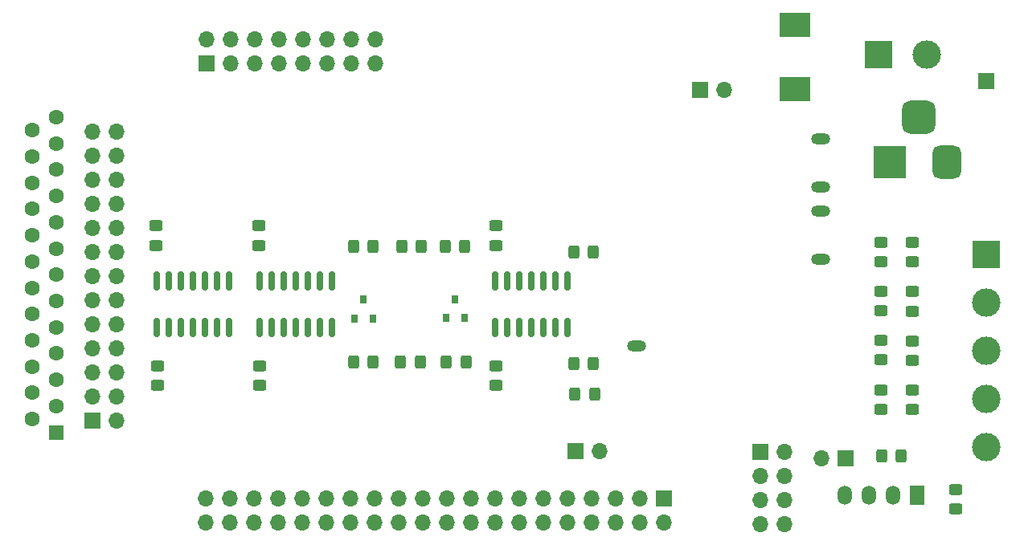
<source format=gbr>
G04 #@! TF.GenerationSoftware,KiCad,Pcbnew,(6.0.6-0)*
G04 #@! TF.CreationDate,2022-07-25T14:34:37+02:00*
G04 #@! TF.ProjectId,FluCom3 - SOIC,466c7543-6f6d-4332-902d-20534f49432e,3.0*
G04 #@! TF.SameCoordinates,Original*
G04 #@! TF.FileFunction,Soldermask,Top*
G04 #@! TF.FilePolarity,Negative*
%FSLAX46Y46*%
G04 Gerber Fmt 4.6, Leading zero omitted, Abs format (unit mm)*
G04 Created by KiCad (PCBNEW (6.0.6-0)) date 2022-07-25 14:34:37*
%MOMM*%
%LPD*%
G01*
G04 APERTURE LIST*
G04 Aperture macros list*
%AMRoundRect*
0 Rectangle with rounded corners*
0 $1 Rounding radius*
0 $2 $3 $4 $5 $6 $7 $8 $9 X,Y pos of 4 corners*
0 Add a 4 corners polygon primitive as box body*
4,1,4,$2,$3,$4,$5,$6,$7,$8,$9,$2,$3,0*
0 Add four circle primitives for the rounded corners*
1,1,$1+$1,$2,$3*
1,1,$1+$1,$4,$5*
1,1,$1+$1,$6,$7*
1,1,$1+$1,$8,$9*
0 Add four rect primitives between the rounded corners*
20,1,$1+$1,$2,$3,$4,$5,0*
20,1,$1+$1,$4,$5,$6,$7,0*
20,1,$1+$1,$6,$7,$8,$9,0*
20,1,$1+$1,$8,$9,$2,$3,0*%
G04 Aperture macros list end*
%ADD10RoundRect,0.250000X-0.450000X0.325000X-0.450000X-0.325000X0.450000X-0.325000X0.450000X0.325000X0*%
%ADD11RoundRect,0.250000X0.450000X-0.325000X0.450000X0.325000X-0.450000X0.325000X-0.450000X-0.325000X0*%
%ADD12R,3.300000X2.500000*%
%ADD13R,1.700000X1.700000*%
%ADD14O,1.700000X1.700000*%
%ADD15R,3.500000X3.500000*%
%ADD16RoundRect,0.750000X0.750000X1.000000X-0.750000X1.000000X-0.750000X-1.000000X0.750000X-1.000000X0*%
%ADD17RoundRect,0.875000X0.875000X0.875000X-0.875000X0.875000X-0.875000X-0.875000X0.875000X-0.875000X0*%
%ADD18R,3.000000X3.000000*%
%ADD19C,3.000000*%
%ADD20R,0.800000X0.900000*%
%ADD21RoundRect,0.250000X0.325000X0.450000X-0.325000X0.450000X-0.325000X-0.450000X0.325000X-0.450000X0*%
%ADD22RoundRect,0.150000X0.150000X-0.825000X0.150000X0.825000X-0.150000X0.825000X-0.150000X-0.825000X0*%
%ADD23R,1.500000X2.000000*%
%ADD24O,1.500000X2.000000*%
%ADD25RoundRect,0.250000X-0.325000X-0.450000X0.325000X-0.450000X0.325000X0.450000X-0.325000X0.450000X0*%
%ADD26R,1.600000X1.600000*%
%ADD27C,1.600000*%
%ADD28O,2.000000X1.200000*%
G04 APERTURE END LIST*
D10*
X79603600Y-121555400D03*
X79603600Y-123605400D03*
X90424000Y-121555400D03*
X90424000Y-123605400D03*
D11*
X90322400Y-108822600D03*
X90322400Y-106772600D03*
D10*
X163703000Y-134611000D03*
X163703000Y-136661000D03*
D11*
X155875000Y-115735000D03*
X155875000Y-113685000D03*
D10*
X155875000Y-124100000D03*
X155875000Y-126150000D03*
D11*
X155875000Y-120920000D03*
X155875000Y-118870000D03*
X155875000Y-110550000D03*
X155875000Y-108500000D03*
D12*
X146750000Y-92350000D03*
X146750000Y-85550000D03*
D13*
X133000000Y-135500000D03*
D14*
X133000000Y-138040000D03*
X130460000Y-135500000D03*
X130460000Y-138040000D03*
X127920000Y-135500000D03*
X127920000Y-138040000D03*
X125380000Y-135500000D03*
X125380000Y-138040000D03*
X122840000Y-135500000D03*
X122840000Y-138040000D03*
X120300000Y-135500000D03*
X120300000Y-138040000D03*
X117760000Y-135500000D03*
X117760000Y-138040000D03*
X115220000Y-135500000D03*
X115220000Y-138040000D03*
X112680000Y-135500000D03*
X112680000Y-138040000D03*
X110140000Y-135500000D03*
X110140000Y-138040000D03*
X107600000Y-135500000D03*
X107600000Y-138040000D03*
X105060000Y-135500000D03*
X105060000Y-138040000D03*
X102520000Y-135500000D03*
X102520000Y-138040000D03*
X99980000Y-135500000D03*
X99980000Y-138040000D03*
X97440000Y-135500000D03*
X97440000Y-138040000D03*
X94900000Y-135500000D03*
X94900000Y-138040000D03*
X92360000Y-135500000D03*
X92360000Y-138040000D03*
X89820000Y-135500000D03*
X89820000Y-138040000D03*
X87280000Y-135500000D03*
X87280000Y-138040000D03*
X84740000Y-135500000D03*
X84740000Y-138040000D03*
D13*
X72785000Y-127325000D03*
D14*
X72785000Y-124785000D03*
X72785000Y-122245000D03*
X72785000Y-119705000D03*
X72785000Y-117165000D03*
X72785000Y-114625000D03*
X72785000Y-112085000D03*
X72785000Y-109545000D03*
X72785000Y-107005000D03*
X72785000Y-104465000D03*
X72785000Y-101925000D03*
X72785000Y-99385000D03*
X72785000Y-96845000D03*
X75325000Y-127325000D03*
X75325000Y-124785000D03*
X75325000Y-122245000D03*
X75325000Y-119705000D03*
X75325000Y-117165000D03*
X75325000Y-114625000D03*
X75325000Y-112085000D03*
X75325000Y-109545000D03*
X75325000Y-107005000D03*
X75325000Y-104465000D03*
X75325000Y-101925000D03*
X75325000Y-99385000D03*
X75325000Y-96845000D03*
D15*
X156814000Y-100050000D03*
D16*
X162814000Y-100050000D03*
D17*
X159814000Y-95350000D03*
D18*
X166900000Y-109825000D03*
D19*
X166900000Y-114905000D03*
X166900000Y-119985000D03*
X166900000Y-125065000D03*
X166900000Y-130145000D03*
D18*
X155560000Y-88700000D03*
D19*
X160640000Y-88700000D03*
D13*
X152146000Y-131300000D03*
D14*
X149606000Y-131300000D03*
D20*
X110050000Y-116500000D03*
X111950000Y-116500000D03*
X111000000Y-114500000D03*
D11*
X159175000Y-115766666D03*
X159175000Y-113716666D03*
X159175000Y-120958332D03*
X159175000Y-118908332D03*
X159175000Y-110575000D03*
X159175000Y-108525000D03*
D21*
X112125000Y-121100000D03*
X110075000Y-121100000D03*
X107300000Y-121150000D03*
X105250000Y-121150000D03*
D13*
X166925000Y-91525000D03*
D22*
X79590000Y-117522000D03*
X80860000Y-117522000D03*
X82130000Y-117522000D03*
X83400000Y-117522000D03*
X84670000Y-117522000D03*
X85940000Y-117522000D03*
X87210000Y-117522000D03*
X87210000Y-112572000D03*
X85940000Y-112572000D03*
X84670000Y-112572000D03*
X83400000Y-112572000D03*
X82130000Y-112572000D03*
X80860000Y-112572000D03*
X79590000Y-112572000D03*
X90373200Y-117522000D03*
X91643200Y-117522000D03*
X92913200Y-117522000D03*
X94183200Y-117522000D03*
X95453200Y-117522000D03*
X96723200Y-117522000D03*
X97993200Y-117522000D03*
X97993200Y-112572000D03*
X96723200Y-112572000D03*
X95453200Y-112572000D03*
X94183200Y-112572000D03*
X92913200Y-112572000D03*
X91643200Y-112572000D03*
X90373200Y-112572000D03*
D23*
X159650000Y-135225000D03*
D24*
X157110000Y-135225000D03*
X154570000Y-135225000D03*
X152030000Y-135225000D03*
D21*
X102377000Y-121150000D03*
X100327000Y-121150000D03*
X102377000Y-108966000D03*
X100327000Y-108966000D03*
D20*
X100402000Y-116550000D03*
X102302000Y-116550000D03*
X101352000Y-114550000D03*
D25*
X109950000Y-108916000D03*
X112000000Y-108916000D03*
X123625001Y-124550001D03*
X125675001Y-124550001D03*
D11*
X79502000Y-108822600D03*
X79502000Y-106772600D03*
D10*
X115265200Y-121555400D03*
X115265200Y-123605400D03*
D11*
X115265200Y-108822600D03*
X115265200Y-106772600D03*
D22*
X115238000Y-117522000D03*
X116508000Y-117522000D03*
X117778000Y-117522000D03*
X119048000Y-117522000D03*
X120318000Y-117522000D03*
X121588000Y-117522000D03*
X122858000Y-117522000D03*
X122858000Y-112572000D03*
X121588000Y-112572000D03*
X120318000Y-112572000D03*
X119048000Y-112572000D03*
X117778000Y-112572000D03*
X116508000Y-112572000D03*
X115238000Y-112572000D03*
D25*
X155950000Y-131000000D03*
X158000000Y-131000000D03*
D11*
X159175000Y-126150000D03*
X159175000Y-124100000D03*
D26*
X68961000Y-128550000D03*
D27*
X68961000Y-125780000D03*
X68961000Y-123010000D03*
X68961000Y-120240000D03*
X68961000Y-117470000D03*
X68961000Y-114700000D03*
X68961000Y-111930000D03*
X68961000Y-109160000D03*
X68961000Y-106390000D03*
X68961000Y-103620000D03*
X68961000Y-100850000D03*
X68961000Y-98080000D03*
X68961000Y-95310000D03*
X66421000Y-127165000D03*
X66421000Y-124395000D03*
X66421000Y-121625000D03*
X66421000Y-118855000D03*
X66421000Y-116085000D03*
X66421000Y-113315000D03*
X66421000Y-110545000D03*
X66421000Y-107775000D03*
X66421000Y-105005000D03*
X66421000Y-102235000D03*
X66421000Y-99465000D03*
X66421000Y-96695000D03*
D13*
X123710000Y-130500000D03*
D14*
X126250000Y-130500000D03*
D21*
X125525000Y-109500000D03*
X123475000Y-109500000D03*
D25*
X105350000Y-108966000D03*
X107400000Y-108966000D03*
X123475000Y-121300000D03*
X125525000Y-121300000D03*
D13*
X143150000Y-130600000D03*
D14*
X145690000Y-130600000D03*
X143150000Y-133140000D03*
X145690000Y-133140000D03*
X143150000Y-135680000D03*
X145690000Y-135680000D03*
X143150000Y-138220000D03*
X145690000Y-138220000D03*
D13*
X84836000Y-89662000D03*
D14*
X84836000Y-87122000D03*
X87376000Y-89662000D03*
X87376000Y-87122000D03*
X89916000Y-89662000D03*
X89916000Y-87122000D03*
X92456000Y-89662000D03*
X92456000Y-87122000D03*
X94996000Y-89662000D03*
X94996000Y-87122000D03*
X97536000Y-89662000D03*
X97536000Y-87122000D03*
X100076000Y-89662000D03*
X100076000Y-87122000D03*
X102616000Y-89662000D03*
X102616000Y-87122000D03*
D28*
X149500000Y-97590000D03*
X149500000Y-102670000D03*
X149500000Y-105210000D03*
X149500000Y-110290000D03*
X130094000Y-119434000D03*
D13*
X136825000Y-92450000D03*
D14*
X139365000Y-92450000D03*
M02*

</source>
